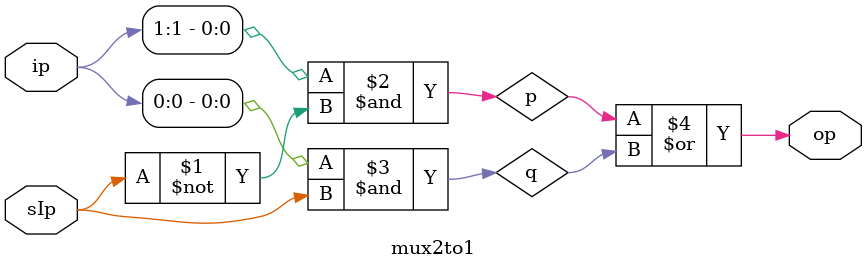
<source format=sv>
module mux2to1 (op, ip, sIp);

  output op;
  wire p, q;
  input[1:0] ip;
  input sIp;

  assign p = ip[1] & (~sIp);
  assign q = ip[0] & (sIp);
  assign op = p | q;

endmodule

// no testbech because this code is to program an fpga
// refer to the Pin Planner Diagram readme file

</source>
